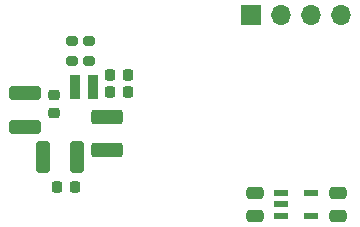
<source format=gts>
G04 #@! TF.GenerationSoftware,KiCad,Pcbnew,8.0.8*
G04 #@! TF.CreationDate,2025-05-20T11:36:56-04:00*
G04 #@! TF.ProjectId,project-TPS62933-breakout,70726f6a-6563-4742-9d54-505336323933,rev?*
G04 #@! TF.SameCoordinates,Original*
G04 #@! TF.FileFunction,Soldermask,Top*
G04 #@! TF.FilePolarity,Negative*
%FSLAX46Y46*%
G04 Gerber Fmt 4.6, Leading zero omitted, Abs format (unit mm)*
G04 Created by KiCad (PCBNEW 8.0.8) date 2025-05-20 11:36:56*
%MOMM*%
%LPD*%
G01*
G04 APERTURE LIST*
G04 Aperture macros list*
%AMRoundRect*
0 Rectangle with rounded corners*
0 $1 Rounding radius*
0 $2 $3 $4 $5 $6 $7 $8 $9 X,Y pos of 4 corners*
0 Add a 4 corners polygon primitive as box body*
4,1,4,$2,$3,$4,$5,$6,$7,$8,$9,$2,$3,0*
0 Add four circle primitives for the rounded corners*
1,1,$1+$1,$2,$3*
1,1,$1+$1,$4,$5*
1,1,$1+$1,$6,$7*
1,1,$1+$1,$8,$9*
0 Add four rect primitives between the rounded corners*
20,1,$1+$1,$2,$3,$4,$5,0*
20,1,$1+$1,$4,$5,$6,$7,0*
20,1,$1+$1,$6,$7,$8,$9,0*
20,1,$1+$1,$8,$9,$2,$3,0*%
G04 Aperture macros list end*
%ADD10C,0.010000*%
%ADD11R,1.700000X1.700000*%
%ADD12O,1.700000X1.700000*%
%ADD13RoundRect,0.250000X0.325000X1.100000X-0.325000X1.100000X-0.325000X-1.100000X0.325000X-1.100000X0*%
%ADD14RoundRect,0.088500X-0.516500X-0.206500X0.516500X-0.206500X0.516500X0.206500X-0.516500X0.206500X0*%
%ADD15RoundRect,0.200000X-0.275000X0.200000X-0.275000X-0.200000X0.275000X-0.200000X0.275000X0.200000X0*%
%ADD16RoundRect,0.250000X-1.100000X0.325000X-1.100000X-0.325000X1.100000X-0.325000X1.100000X0.325000X0*%
%ADD17RoundRect,0.225000X-0.250000X0.225000X-0.250000X-0.225000X0.250000X-0.225000X0.250000X0.225000X0*%
%ADD18RoundRect,0.250000X-0.475000X0.250000X-0.475000X-0.250000X0.475000X-0.250000X0.475000X0.250000X0*%
%ADD19RoundRect,0.250000X-1.075000X0.375000X-1.075000X-0.375000X1.075000X-0.375000X1.075000X0.375000X0*%
%ADD20RoundRect,0.225000X0.225000X0.250000X-0.225000X0.250000X-0.225000X-0.250000X0.225000X-0.250000X0*%
%ADD21RoundRect,0.225000X-0.225000X-0.250000X0.225000X-0.250000X0.225000X0.250000X-0.225000X0.250000X0*%
%ADD22RoundRect,0.200000X0.275000X-0.200000X0.275000X0.200000X-0.275000X0.200000X-0.275000X-0.200000X0*%
G04 APERTURE END LIST*
D10*
X33645000Y-26460000D02*
X32885000Y-26460000D01*
X32885000Y-26040000D01*
X33645000Y-26040000D01*
X33645000Y-26460000D01*
G36*
X33645000Y-26460000D02*
G01*
X32885000Y-26460000D01*
X32885000Y-26040000D01*
X33645000Y-26040000D01*
X33645000Y-26460000D01*
G37*
X33645000Y-26960000D02*
X32885000Y-26960000D01*
X32885000Y-26540000D01*
X33645000Y-26540000D01*
X33645000Y-26960000D01*
G36*
X33645000Y-26960000D02*
G01*
X32885000Y-26960000D01*
X32885000Y-26540000D01*
X33645000Y-26540000D01*
X33645000Y-26960000D01*
G37*
X33645000Y-27460000D02*
X32885000Y-27460000D01*
X32885000Y-27040000D01*
X33645000Y-27040000D01*
X33645000Y-27460000D01*
G36*
X33645000Y-27460000D02*
G01*
X32885000Y-27460000D01*
X32885000Y-27040000D01*
X33645000Y-27040000D01*
X33645000Y-27460000D01*
G37*
X33645000Y-27960000D02*
X32885000Y-27960000D01*
X32885000Y-27540000D01*
X33645000Y-27540000D01*
X33645000Y-27960000D01*
G36*
X33645000Y-27960000D02*
G01*
X32885000Y-27960000D01*
X32885000Y-27540000D01*
X33645000Y-27540000D01*
X33645000Y-27960000D01*
G37*
X35115000Y-26460000D02*
X34355000Y-26460000D01*
X34355000Y-26040000D01*
X35115000Y-26040000D01*
X35115000Y-26460000D01*
G36*
X35115000Y-26460000D02*
G01*
X34355000Y-26460000D01*
X34355000Y-26040000D01*
X35115000Y-26040000D01*
X35115000Y-26460000D01*
G37*
X35115000Y-26960000D02*
X34355000Y-26960000D01*
X34355000Y-26540000D01*
X35115000Y-26540000D01*
X35115000Y-26960000D01*
G36*
X35115000Y-26960000D02*
G01*
X34355000Y-26960000D01*
X34355000Y-26540000D01*
X35115000Y-26540000D01*
X35115000Y-26960000D01*
G37*
X35115000Y-27460000D02*
X34355000Y-27460000D01*
X34355000Y-27040000D01*
X35115000Y-27040000D01*
X35115000Y-27460000D01*
G36*
X35115000Y-27460000D02*
G01*
X34355000Y-27460000D01*
X34355000Y-27040000D01*
X35115000Y-27040000D01*
X35115000Y-27460000D01*
G37*
X35115000Y-27960000D02*
X34355000Y-27960000D01*
X34355000Y-27540000D01*
X35115000Y-27540000D01*
X35115000Y-27960000D01*
G36*
X35115000Y-27960000D02*
G01*
X34355000Y-27960000D01*
X34355000Y-27540000D01*
X35115000Y-27540000D01*
X35115000Y-27960000D01*
G37*
D11*
X48200000Y-21000000D03*
D12*
X50740000Y-21000000D03*
X53280000Y-21000000D03*
X55820000Y-21000000D03*
D13*
X33475000Y-33000000D03*
X30525000Y-33000000D03*
D14*
X50745000Y-36050000D03*
X50745000Y-37000000D03*
X50745000Y-37950000D03*
X53255000Y-37950000D03*
X53255000Y-36050000D03*
D15*
X34500000Y-23175000D03*
X34500000Y-24825000D03*
D16*
X29000000Y-27525000D03*
X29000000Y-30475000D03*
D17*
X31500000Y-27725000D03*
X31500000Y-29275000D03*
D18*
X55500000Y-36050000D03*
X55500000Y-37950000D03*
D19*
X36000000Y-29600000D03*
X36000000Y-32400000D03*
D20*
X33275000Y-35500000D03*
X31725000Y-35500000D03*
D21*
X36225000Y-26000000D03*
X37775000Y-26000000D03*
D22*
X33000000Y-24825000D03*
X33000000Y-23175000D03*
D18*
X48500000Y-36050000D03*
X48500000Y-37950000D03*
D21*
X36225000Y-27500000D03*
X37775000Y-27500000D03*
M02*

</source>
